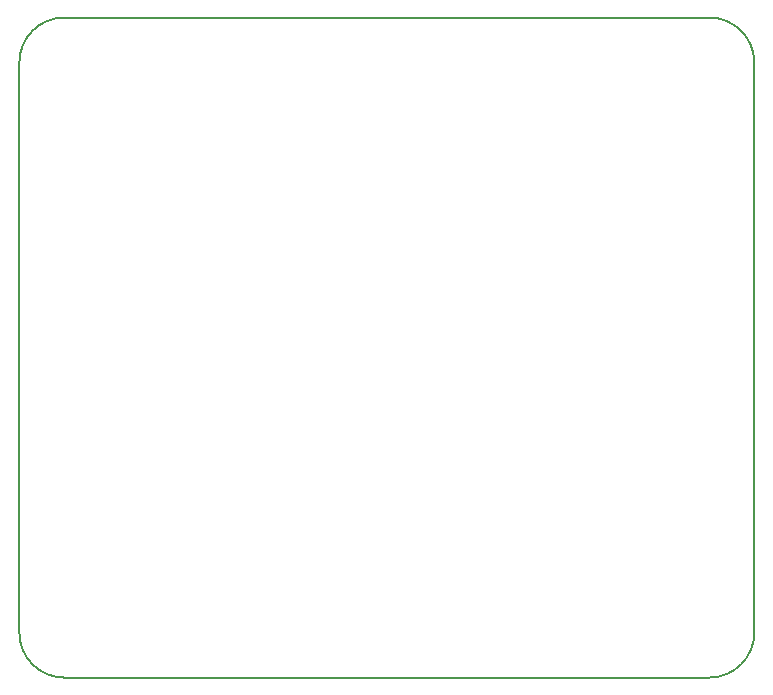
<source format=gbr>
G04 #@! TF.FileFunction,Profile,NP*
%FSLAX46Y46*%
G04 Gerber Fmt 4.6, Leading zero omitted, Abs format (unit mm)*
G04 Created by KiCad (PCBNEW 4.0.1-stable) date 04/27/17 14:33:25*
%MOMM*%
G01*
G04 APERTURE LIST*
%ADD10C,0.100000*%
%ADD11C,0.150000*%
G04 APERTURE END LIST*
D10*
D11*
X200660000Y-110490000D02*
G75*
G03X204470000Y-106680000I0J3810000D01*
G01*
X204470000Y-58420000D02*
G75*
G03X200660000Y-54610000I-3810000J0D01*
G01*
X146050000Y-54610000D02*
G75*
G03X142240000Y-58420000I0J-3810000D01*
G01*
X142240000Y-106680000D02*
G75*
G03X146050000Y-110490000I3810000J0D01*
G01*
X142240000Y-58420000D02*
X142240000Y-106680000D01*
X204470000Y-106680000D02*
X204470000Y-58420000D01*
X200660000Y-110490000D02*
X146050000Y-110490000D01*
X200660000Y-54610000D02*
X146050000Y-54610000D01*
M02*

</source>
